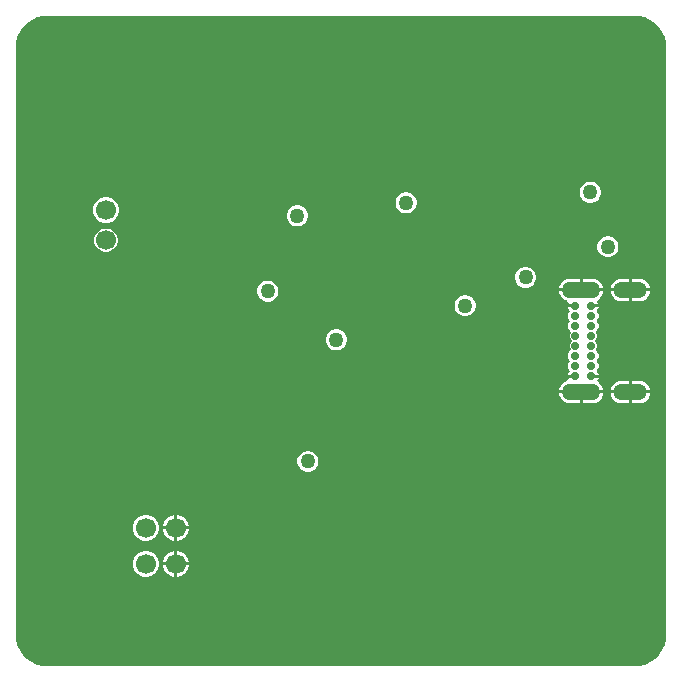
<source format=gbr>
G04*
G04 #@! TF.GenerationSoftware,Altium Limited,Altium Designer,24.9.1 (31)*
G04*
G04 Layer_Physical_Order=2*
G04 Layer_Color=36540*
%FSLAX25Y25*%
%MOIN*%
G70*
G04*
G04 #@! TF.SameCoordinates,AE1E5416-9686-4E21-8CD7-455353439681*
G04*
G04*
G04 #@! TF.FilePolarity,Positive*
G04*
G01*
G75*
%ADD60C,0.01575*%
%ADD66C,0.06693*%
%ADD67C,0.21654*%
%ADD68O,0.12795X0.05315*%
%ADD69O,0.11221X0.05315*%
%ADD70C,0.02756*%
%ADD71C,0.01772*%
%ADD72C,0.05000*%
G36*
X206693Y216535D02*
X207662Y216535D01*
X209564Y216157D01*
X211355Y215415D01*
X212967Y214338D01*
X214338Y212967D01*
X215415Y211355D01*
X216157Y209564D01*
X216535Y207662D01*
X216535Y206693D01*
X216535Y206693D01*
X216535Y206693D01*
Y9843D01*
Y8873D01*
X216157Y6972D01*
X215415Y5180D01*
X214338Y3568D01*
X212967Y2197D01*
X211355Y1120D01*
X209564Y378D01*
X207662Y0D01*
X8873D01*
X6972Y378D01*
X5180Y1120D01*
X3568Y2197D01*
X2197Y3568D01*
X1120Y5180D01*
X378Y6972D01*
X0Y8873D01*
Y9843D01*
Y206693D01*
Y207662D01*
X378Y209564D01*
X1120Y211355D01*
X2197Y212967D01*
X3568Y214338D01*
X5180Y215415D01*
X6972Y216157D01*
X8873Y216535D01*
X9842Y216535D01*
X9843Y216535D01*
X206693Y216535D01*
D02*
G37*
%LPC*%
G36*
X191799Y161374D02*
X190878D01*
X189988Y161135D01*
X189190Y160675D01*
X188538Y160023D01*
X188077Y159225D01*
X187839Y158335D01*
Y157413D01*
X188077Y156523D01*
X188538Y155725D01*
X189190Y155073D01*
X189988Y154613D01*
X190878Y154374D01*
X191799D01*
X192690Y154613D01*
X193488Y155073D01*
X194139Y155725D01*
X194600Y156523D01*
X194839Y157413D01*
Y158335D01*
X194600Y159225D01*
X194139Y160023D01*
X193488Y160675D01*
X192690Y161135D01*
X191799Y161374D01*
D02*
G37*
G36*
X130382Y157831D02*
X129461D01*
X128570Y157592D01*
X127772Y157131D01*
X127121Y156480D01*
X126660Y155682D01*
X126421Y154791D01*
Y153870D01*
X126660Y152980D01*
X127121Y152182D01*
X127772Y151530D01*
X128570Y151069D01*
X129461Y150831D01*
X130382D01*
X131272Y151069D01*
X132070Y151530D01*
X132722Y152182D01*
X133183Y152980D01*
X133421Y153870D01*
Y154791D01*
X133183Y155682D01*
X132722Y156480D01*
X132070Y157131D01*
X131272Y157592D01*
X130382Y157831D01*
D02*
G37*
G36*
X30494Y156197D02*
X29349D01*
X28244Y155901D01*
X27253Y155328D01*
X26443Y154519D01*
X25871Y153528D01*
X25575Y152423D01*
Y151278D01*
X25871Y150173D01*
X26443Y149182D01*
X27253Y148372D01*
X28244Y147800D01*
X29349Y147504D01*
X30494D01*
X31599Y147800D01*
X32590Y148372D01*
X33399Y149182D01*
X33972Y150173D01*
X34268Y151278D01*
Y152423D01*
X33972Y153528D01*
X33399Y154519D01*
X32590Y155328D01*
X31599Y155901D01*
X30494Y156197D01*
D02*
G37*
G36*
X94162Y153500D02*
X93240D01*
X92350Y153261D01*
X91552Y152801D01*
X90900Y152149D01*
X90439Y151351D01*
X90201Y150461D01*
Y149539D01*
X90439Y148649D01*
X90900Y147851D01*
X91552Y147199D01*
X92350Y146739D01*
X93240Y146500D01*
X94162D01*
X95052Y146739D01*
X95850Y147199D01*
X96501Y147851D01*
X96962Y148649D01*
X97201Y149539D01*
Y150461D01*
X96962Y151351D01*
X96501Y152149D01*
X95850Y152801D01*
X95052Y153261D01*
X94162Y153500D01*
D02*
G37*
G36*
X30428Y145697D02*
X29415D01*
X28437Y145435D01*
X27560Y144928D01*
X26843Y144212D01*
X26337Y143335D01*
X26075Y142357D01*
Y141344D01*
X26337Y140366D01*
X26843Y139489D01*
X27560Y138772D01*
X28437Y138266D01*
X29415Y138004D01*
X30428D01*
X31406Y138266D01*
X32283Y138772D01*
X32999Y139489D01*
X33506Y140366D01*
X33768Y141344D01*
Y142357D01*
X33506Y143335D01*
X32999Y144212D01*
X32283Y144928D01*
X31406Y145435D01*
X30428Y145697D01*
D02*
G37*
G36*
X197705Y143205D02*
X196783D01*
X195893Y142966D01*
X195095Y142505D01*
X194443Y141854D01*
X193983Y141056D01*
X193744Y140165D01*
Y139244D01*
X193983Y138354D01*
X194443Y137556D01*
X195095Y136904D01*
X195893Y136443D01*
X196783Y136205D01*
X197705D01*
X198595Y136443D01*
X199393Y136904D01*
X200045Y137556D01*
X200506Y138354D01*
X200744Y139244D01*
Y140165D01*
X200506Y141056D01*
X200045Y141854D01*
X199393Y142505D01*
X198595Y142966D01*
X197705Y143205D01*
D02*
G37*
G36*
X170213Y132984D02*
X169291D01*
X168401Y132746D01*
X167603Y132285D01*
X166951Y131633D01*
X166491Y130835D01*
X166252Y129945D01*
Y129024D01*
X166491Y128133D01*
X166951Y127335D01*
X167603Y126683D01*
X168401Y126223D01*
X169291Y125984D01*
X170213D01*
X171103Y126223D01*
X171901Y126683D01*
X172553Y127335D01*
X173014Y128133D01*
X173252Y129024D01*
Y129945D01*
X173014Y130835D01*
X172553Y131633D01*
X171901Y132285D01*
X171103Y132746D01*
X170213Y132984D01*
D02*
G37*
G36*
X207677Y128965D02*
X205224D01*
Y125776D01*
X211300D01*
X211241Y126230D01*
X210872Y127120D01*
X210286Y127884D01*
X209522Y128470D01*
X208632Y128839D01*
X207677Y128965D01*
D02*
G37*
G36*
X192126D02*
X188886D01*
Y125776D01*
X195749D01*
X195689Y126230D01*
X195321Y127120D01*
X194735Y127884D01*
X193971Y128470D01*
X193081Y128839D01*
X192126Y128965D01*
D02*
G37*
G36*
X204224D02*
X201772D01*
X200817Y128839D01*
X199927Y128470D01*
X199163Y127884D01*
X198577Y127120D01*
X198208Y126230D01*
X198148Y125776D01*
X204224D01*
Y128965D01*
D02*
G37*
G36*
X187886D02*
X184646D01*
X183691Y128839D01*
X182801Y128470D01*
X182037Y127884D01*
X181451Y127120D01*
X181082Y126230D01*
X181022Y125776D01*
X187886D01*
Y128965D01*
D02*
G37*
G36*
X211300Y124776D02*
X205224D01*
Y121587D01*
X207677D01*
X208632Y121712D01*
X209522Y122081D01*
X210286Y122667D01*
X210872Y123431D01*
X211241Y124321D01*
X211300Y124776D01*
D02*
G37*
G36*
X204224D02*
X198148D01*
X198208Y124321D01*
X198577Y123431D01*
X199163Y122667D01*
X199927Y122081D01*
X200817Y121712D01*
X201772Y121587D01*
X204224D01*
Y124776D01*
D02*
G37*
G36*
X84319Y128402D02*
X83398D01*
X82507Y128163D01*
X81709Y127702D01*
X81058Y127051D01*
X80597Y126252D01*
X80358Y125362D01*
Y124441D01*
X80597Y123551D01*
X81058Y122752D01*
X81709Y122101D01*
X82507Y121640D01*
X83398Y121402D01*
X84319D01*
X85209Y121640D01*
X86007Y122101D01*
X86659Y122752D01*
X87120Y123551D01*
X87358Y124441D01*
Y125362D01*
X87120Y126252D01*
X86659Y127051D01*
X86007Y127702D01*
X85209Y128163D01*
X84319Y128402D01*
D02*
G37*
G36*
X150067Y123579D02*
X149145D01*
X148255Y123340D01*
X147457Y122879D01*
X146806Y122228D01*
X146345Y121430D01*
X146106Y120539D01*
Y119618D01*
X146345Y118728D01*
X146806Y117930D01*
X147457Y117278D01*
X148255Y116817D01*
X149145Y116579D01*
X150067D01*
X150957Y116817D01*
X151755Y117278D01*
X152407Y117930D01*
X152868Y118728D01*
X153106Y119618D01*
Y120539D01*
X152868Y121430D01*
X152407Y122228D01*
X151755Y122879D01*
X150957Y123340D01*
X150067Y123579D01*
D02*
G37*
G36*
X107154Y112161D02*
X106232D01*
X105342Y111923D01*
X104544Y111462D01*
X103892Y110810D01*
X103431Y110012D01*
X103193Y109122D01*
Y108201D01*
X103431Y107310D01*
X103892Y106512D01*
X104544Y105861D01*
X105342Y105400D01*
X106232Y105161D01*
X107154D01*
X108044Y105400D01*
X108842Y105861D01*
X109494Y106512D01*
X109954Y107310D01*
X110193Y108201D01*
Y109122D01*
X109954Y110012D01*
X109494Y110810D01*
X108842Y111462D01*
X108044Y111923D01*
X107154Y112161D01*
D02*
G37*
G36*
X207677Y94949D02*
X205224D01*
Y91760D01*
X211300D01*
X211241Y92215D01*
X210872Y93104D01*
X210286Y93868D01*
X209522Y94455D01*
X208632Y94823D01*
X207677Y94949D01*
D02*
G37*
G36*
X204224D02*
X201772D01*
X200817Y94823D01*
X199927Y94455D01*
X199163Y93868D01*
X198577Y93104D01*
X198208Y92215D01*
X198148Y91760D01*
X204224D01*
Y94949D01*
D02*
G37*
G36*
X195749Y124776D02*
X188386D01*
X181023D01*
X181082Y124321D01*
X181451Y123431D01*
X182037Y122667D01*
X182801Y122081D01*
X183580Y121758D01*
X183697Y121697D01*
X184120Y120647D01*
X184051Y120480D01*
X186417D01*
Y119480D01*
X184051D01*
X184401Y118633D01*
X184728Y118307D01*
X184401Y117981D01*
X184039Y117107D01*
Y116161D01*
X184401Y115287D01*
X184728Y114961D01*
X184401Y114634D01*
X184039Y113760D01*
Y112814D01*
X184401Y111940D01*
X184825Y111005D01*
X184539Y110315D01*
Y109567D01*
X184825Y108877D01*
X185292Y108268D01*
X184825Y107658D01*
X184539Y106968D01*
Y106221D01*
X184825Y105531D01*
X184401Y104595D01*
X184039Y103721D01*
Y102775D01*
X184401Y101901D01*
X184728Y101575D01*
X184401Y101249D01*
X184039Y100375D01*
Y99429D01*
X184401Y98555D01*
X184728Y98228D01*
X184401Y97902D01*
X184051Y97055D01*
X186417D01*
Y96055D01*
X184051D01*
X184120Y95888D01*
X183697Y94839D01*
X183580Y94777D01*
X182801Y94455D01*
X182037Y93868D01*
X181451Y93104D01*
X181082Y92215D01*
X181023Y91760D01*
X188386D01*
X195749D01*
X195689Y92215D01*
X195321Y93104D01*
X194735Y93868D01*
X194219Y94264D01*
X193748Y95208D01*
X194099Y96055D01*
X191732D01*
Y97055D01*
X194099D01*
X193748Y97902D01*
X193422Y98228D01*
X193748Y98555D01*
X194110Y99429D01*
Y100375D01*
X193748Y101249D01*
X193422Y101575D01*
X193748Y101901D01*
X194110Y102775D01*
Y103721D01*
X193748Y104595D01*
X193324Y105531D01*
X193610Y106221D01*
Y106968D01*
X193324Y107658D01*
X192858Y108268D01*
X193324Y108877D01*
X193610Y109567D01*
Y110315D01*
X193324Y111005D01*
X193748Y111940D01*
X194110Y112814D01*
Y113760D01*
X193748Y114634D01*
X193422Y114961D01*
X193748Y115287D01*
X194110Y116161D01*
Y117107D01*
X193748Y117981D01*
X193422Y118307D01*
X193748Y118633D01*
X194099Y119480D01*
X191732D01*
Y120480D01*
X194099D01*
X193748Y121327D01*
X194219Y122271D01*
X194735Y122667D01*
X195321Y123431D01*
X195689Y124321D01*
X195749Y124776D01*
D02*
G37*
G36*
X211300Y90760D02*
X205224D01*
Y87571D01*
X207677D01*
X208632Y87696D01*
X209522Y88065D01*
X210286Y88651D01*
X210872Y89415D01*
X211241Y90305D01*
X211300Y90760D01*
D02*
G37*
G36*
X204224D02*
X198148D01*
X198208Y90305D01*
X198577Y89415D01*
X199163Y88651D01*
X199927Y88065D01*
X200817Y87696D01*
X201772Y87571D01*
X204224D01*
Y90760D01*
D02*
G37*
G36*
X195749D02*
X188886D01*
Y87571D01*
X192126D01*
X193081Y87696D01*
X193971Y88065D01*
X194735Y88651D01*
X195321Y89415D01*
X195689Y90305D01*
X195749Y90760D01*
D02*
G37*
G36*
X187886D02*
X181022D01*
X181082Y90305D01*
X181451Y89415D01*
X182037Y88651D01*
X182801Y88065D01*
X183691Y87696D01*
X184646Y87571D01*
X187886D01*
Y90760D01*
D02*
G37*
G36*
X97705Y71610D02*
X96783D01*
X95893Y71372D01*
X95095Y70911D01*
X94443Y70259D01*
X93983Y69461D01*
X93744Y68571D01*
Y67650D01*
X93983Y66759D01*
X94443Y65961D01*
X95095Y65310D01*
X95893Y64849D01*
X96783Y64610D01*
X97705D01*
X98595Y64849D01*
X99393Y65310D01*
X100045Y65961D01*
X100506Y66759D01*
X100744Y67650D01*
Y68571D01*
X100506Y69461D01*
X100045Y70259D01*
X99393Y70911D01*
X98595Y71372D01*
X97705Y71610D01*
D02*
G37*
G36*
X53738Y50303D02*
X53665D01*
Y46457D01*
X57512D01*
Y46529D01*
X57216Y47634D01*
X56643Y48625D01*
X55834Y49435D01*
X54843Y50007D01*
X53738Y50303D01*
D02*
G37*
G36*
X52665D02*
X52593D01*
X51488Y50007D01*
X50497Y49435D01*
X49687Y48625D01*
X49115Y47634D01*
X48819Y46529D01*
Y46457D01*
X52665D01*
Y50303D01*
D02*
G37*
G36*
X57512Y45457D02*
X53665D01*
Y41610D01*
X53738D01*
X54843Y41906D01*
X55834Y42479D01*
X56643Y43288D01*
X57216Y44279D01*
X57512Y45384D01*
Y45457D01*
D02*
G37*
G36*
X52665D02*
X48819D01*
Y45384D01*
X49115Y44279D01*
X49687Y43288D01*
X50497Y42479D01*
X51488Y41906D01*
X52593Y41610D01*
X52665D01*
Y45457D01*
D02*
G37*
G36*
X43738Y50303D02*
X42593D01*
X41488Y50007D01*
X40497Y49435D01*
X39687Y48625D01*
X39115Y47634D01*
X38819Y46529D01*
Y45384D01*
X39115Y44279D01*
X39687Y43288D01*
X40497Y42479D01*
X41488Y41906D01*
X42593Y41610D01*
X43738D01*
X44843Y41906D01*
X45834Y42479D01*
X46643Y43288D01*
X47216Y44279D01*
X47512Y45384D01*
Y46529D01*
X47216Y47634D01*
X46643Y48625D01*
X45834Y49435D01*
X44843Y50007D01*
X43738Y50303D01*
D02*
G37*
G36*
X53738Y38302D02*
X53665D01*
Y34456D01*
X57512D01*
Y34528D01*
X57216Y35633D01*
X56643Y36625D01*
X55834Y37434D01*
X54843Y38006D01*
X53738Y38302D01*
D02*
G37*
G36*
X52665D02*
X52593D01*
X51488Y38006D01*
X50497Y37434D01*
X49687Y36625D01*
X49115Y35633D01*
X48819Y34528D01*
Y34456D01*
X52665D01*
Y38302D01*
D02*
G37*
G36*
X57512Y33456D02*
X53665D01*
Y29609D01*
X53738D01*
X54843Y29906D01*
X55834Y30478D01*
X56643Y31287D01*
X57216Y32278D01*
X57512Y33384D01*
Y33456D01*
D02*
G37*
G36*
X52665D02*
X48819D01*
Y33384D01*
X49115Y32278D01*
X49687Y31287D01*
X50497Y30478D01*
X51488Y29906D01*
X52593Y29609D01*
X52665D01*
Y33456D01*
D02*
G37*
G36*
X43738Y38302D02*
X42593D01*
X41488Y38006D01*
X40497Y37434D01*
X39687Y36625D01*
X39115Y35633D01*
X38819Y34528D01*
Y33384D01*
X39115Y32278D01*
X39687Y31287D01*
X40497Y30478D01*
X41488Y29906D01*
X42593Y29609D01*
X43738D01*
X44843Y29906D01*
X45834Y30478D01*
X46643Y31287D01*
X47216Y32278D01*
X47512Y33384D01*
Y34528D01*
X47216Y35633D01*
X46643Y36625D01*
X45834Y37434D01*
X44843Y38006D01*
X43738Y38302D01*
D02*
G37*
%LPD*%
D60*
X140952Y113175D02*
D03*
Y110600D02*
D03*
X141119Y108031D02*
D03*
X140952Y105462D02*
D03*
X142203Y93372D02*
D03*
X144666Y94122D02*
D03*
X144807Y96693D02*
D03*
Y99268D02*
D03*
X144265Y101785D02*
D03*
Y104360D02*
D03*
X146213Y106043D02*
D03*
X151363D02*
D03*
X153510Y104623D02*
D03*
X154856Y102427D02*
D03*
X157431D02*
D03*
X158427Y114057D02*
D03*
X155852Y114108D02*
D03*
X153544Y112967D02*
D03*
X152833Y110492D02*
D03*
X150258D02*
D03*
X147683D02*
D03*
X145108D02*
D03*
X144265Y112925D02*
D03*
X144599Y115478D02*
D03*
X144807Y118044D02*
D03*
X165276Y113609D02*
D03*
X163100Y114200D02*
D03*
X160600Y114300D02*
D03*
X159613Y111342D02*
D03*
X159709Y108768D02*
D03*
X159613Y106195D02*
D03*
X159636Y103621D02*
D03*
X161918Y102427D02*
D03*
X164492Y102471D02*
D03*
X171687Y103549D02*
D03*
X172324Y106043D02*
D03*
X174899D02*
D03*
X177473D02*
D03*
X180048Y106036D02*
D03*
X182623D02*
D03*
X194384Y107056D02*
D03*
X194414Y109631D02*
D03*
X184011Y111167D02*
D03*
X181528Y110485D02*
D03*
X178953Y110492D02*
D03*
X176379D02*
D03*
X173804D02*
D03*
X171687Y111958D02*
D03*
X900Y104000D02*
D03*
X28359Y146246D02*
D03*
X26268Y144743D02*
D03*
X25289Y142361D02*
D03*
X25718Y139823D02*
D03*
X27424Y137894D02*
D03*
X27729Y135337D02*
D03*
Y132763D02*
D03*
Y130188D02*
D03*
Y127613D02*
D03*
Y125038D02*
D03*
Y122463D02*
D03*
Y119888D02*
D03*
Y117314D02*
D03*
Y114739D02*
D03*
X26778Y112346D02*
D03*
X25581Y110066D02*
D03*
X23006D02*
D03*
X20431D02*
D03*
X17857D02*
D03*
X15289Y110259D02*
D03*
X14053Y112518D02*
D03*
X11478Y112533D02*
D03*
X8903D02*
D03*
X6328D02*
D03*
X3754D02*
D03*
X1179D02*
D03*
X3200Y104000D02*
D03*
X5415Y104002D02*
D03*
X7989D02*
D03*
X10564D02*
D03*
X13139D02*
D03*
X15289Y105419D02*
D03*
X17640Y106469D02*
D03*
X20215D02*
D03*
X22790D02*
D03*
X25365D02*
D03*
X27919Y106143D02*
D03*
X30493Y106109D02*
D03*
X33041Y105735D02*
D03*
X35615D02*
D03*
X38190D02*
D03*
X40658Y106469D02*
D03*
X43233D02*
D03*
X53675Y108578D02*
D03*
X42423Y110066D02*
D03*
X39887Y110507D02*
D03*
X37328Y110801D02*
D03*
X34754D02*
D03*
X32187Y110592D02*
D03*
X32254Y113166D02*
D03*
X31326Y115568D02*
D03*
Y118142D02*
D03*
Y120717D02*
D03*
Y123292D02*
D03*
Y125867D02*
D03*
Y128442D02*
D03*
Y131016D02*
D03*
Y133591D02*
D03*
Y136166D02*
D03*
X32861Y138233D02*
D03*
X34339Y140342D02*
D03*
X34477Y142913D02*
D03*
X33214Y145156D02*
D03*
X30966Y146412D02*
D03*
D66*
X43165Y33956D02*
D03*
X53165D02*
D03*
Y45957D02*
D03*
X43165D02*
D03*
X29921Y141850D02*
D03*
Y151850D02*
D03*
D67*
X15748Y15748D02*
D03*
X200787D02*
D03*
Y200787D02*
D03*
X15748D02*
D03*
D68*
X188386Y91260D02*
D03*
Y125276D02*
D03*
D69*
X204724Y91260D02*
D03*
Y125276D02*
D03*
D70*
X186417Y96555D02*
D03*
Y99902D02*
D03*
Y103248D02*
D03*
Y106595D02*
D03*
Y109941D02*
D03*
Y113287D02*
D03*
Y116634D02*
D03*
Y119980D02*
D03*
X191732D02*
D03*
Y116634D02*
D03*
Y113287D02*
D03*
Y109941D02*
D03*
Y106595D02*
D03*
Y103248D02*
D03*
Y99902D02*
D03*
Y96555D02*
D03*
D71*
X153937Y116929D02*
D03*
X212992Y187795D02*
D03*
X207086Y175984D02*
D03*
X212992Y164173D02*
D03*
X207086Y152362D02*
D03*
X212992Y140551D02*
D03*
Y116929D02*
D03*
X207086Y105118D02*
D03*
X212992Y93307D02*
D03*
X207086Y81496D02*
D03*
X212992Y69685D02*
D03*
Y46063D02*
D03*
X207086Y34252D02*
D03*
X212992Y22441D02*
D03*
X201181Y187795D02*
D03*
Y164173D02*
D03*
X195275Y152362D02*
D03*
X201181Y116929D02*
D03*
X195275Y81496D02*
D03*
X201181Y46063D02*
D03*
X195275Y34252D02*
D03*
X183465Y199606D02*
D03*
X189370Y187795D02*
D03*
X183465Y175984D02*
D03*
X189370Y164173D02*
D03*
X183465Y81496D02*
D03*
Y34252D02*
D03*
X189370Y22441D02*
D03*
X183465Y10630D02*
D03*
X171653Y199606D02*
D03*
X177559Y187795D02*
D03*
X171653Y152362D02*
D03*
X177559Y116929D02*
D03*
X171653Y34252D02*
D03*
X177559Y22441D02*
D03*
X171653Y10630D02*
D03*
X159842Y199606D02*
D03*
X165748Y187795D02*
D03*
X159842Y175984D02*
D03*
X165748Y164173D02*
D03*
X159842Y152362D02*
D03*
X165748Y140551D02*
D03*
Y93307D02*
D03*
X159842Y34252D02*
D03*
X165748Y22441D02*
D03*
X159842Y10630D02*
D03*
X148031Y199606D02*
D03*
X153937Y187795D02*
D03*
X148031Y175984D02*
D03*
X153937Y164173D02*
D03*
Y140551D02*
D03*
Y93307D02*
D03*
Y22441D02*
D03*
X148031Y10630D02*
D03*
X136220Y199606D02*
D03*
X142126Y187795D02*
D03*
X136220Y175984D02*
D03*
X142126Y164173D02*
D03*
Y140551D02*
D03*
X136220Y81496D02*
D03*
Y57874D02*
D03*
Y10630D02*
D03*
X124409Y199606D02*
D03*
X130315Y187795D02*
D03*
X124409Y175984D02*
D03*
Y152362D02*
D03*
Y128740D02*
D03*
X130315Y69685D02*
D03*
X112598Y199606D02*
D03*
X118504Y187795D02*
D03*
X112598Y175984D02*
D03*
X118504Y164173D02*
D03*
X112598Y152362D02*
D03*
X118504Y140551D02*
D03*
X112598Y128740D02*
D03*
Y105118D02*
D03*
Y81496D02*
D03*
X118504Y69685D02*
D03*
X100787Y199606D02*
D03*
X106693Y187795D02*
D03*
X100787Y175984D02*
D03*
Y152362D02*
D03*
X106693Y140551D02*
D03*
X100787Y128740D02*
D03*
X106693Y116929D02*
D03*
X100787Y57874D02*
D03*
Y10630D02*
D03*
X88976Y199606D02*
D03*
X94882Y187795D02*
D03*
X88976Y175984D02*
D03*
X94882Y140551D02*
D03*
Y93307D02*
D03*
X88976Y57874D02*
D03*
X94882Y46063D02*
D03*
Y22441D02*
D03*
X88976Y10630D02*
D03*
X77165Y199606D02*
D03*
X83071Y187795D02*
D03*
X77165Y175984D02*
D03*
X83071Y140551D02*
D03*
X77165Y128740D02*
D03*
Y105118D02*
D03*
Y57874D02*
D03*
X83071Y22441D02*
D03*
X77165Y10630D02*
D03*
X65354Y199606D02*
D03*
X71260Y187795D02*
D03*
X65354Y175984D02*
D03*
X71260Y164173D02*
D03*
Y140551D02*
D03*
Y116929D02*
D03*
X65354Y105118D02*
D03*
X71260Y93307D02*
D03*
X65354Y81496D02*
D03*
X71260Y69685D02*
D03*
Y46063D02*
D03*
X65354Y34252D02*
D03*
X71260Y22441D02*
D03*
X65354Y10630D02*
D03*
X53543Y199606D02*
D03*
X59449Y187795D02*
D03*
X53543Y175984D02*
D03*
X59449Y140551D02*
D03*
Y116929D02*
D03*
Y93307D02*
D03*
X53543Y57874D02*
D03*
X59449Y46063D02*
D03*
Y22441D02*
D03*
X53543Y10630D02*
D03*
X41732Y199606D02*
D03*
X47638Y187795D02*
D03*
X41732Y175984D02*
D03*
X47638Y164173D02*
D03*
Y140551D02*
D03*
Y116929D02*
D03*
X41732Y81496D02*
D03*
Y57874D02*
D03*
X47638Y22441D02*
D03*
X41732Y10630D02*
D03*
X29921Y199606D02*
D03*
X35827Y187795D02*
D03*
X29921Y175984D02*
D03*
X35827Y164173D02*
D03*
Y93307D02*
D03*
X29921Y81496D02*
D03*
Y57874D02*
D03*
Y34252D02*
D03*
X35827Y22441D02*
D03*
X29921Y10630D02*
D03*
X24016Y187795D02*
D03*
X18110Y175984D02*
D03*
X24016Y164173D02*
D03*
X18110Y152362D02*
D03*
Y128740D02*
D03*
X24016Y93307D02*
D03*
Y69685D02*
D03*
X18110Y57874D02*
D03*
X24016Y46063D02*
D03*
X18110Y34252D02*
D03*
X12205Y187795D02*
D03*
X6299Y175984D02*
D03*
X12205Y164173D02*
D03*
X6299Y152362D02*
D03*
X12205Y140551D02*
D03*
X6299Y128740D02*
D03*
Y81496D02*
D03*
X12205Y69685D02*
D03*
X6299Y57874D02*
D03*
X12205Y46063D02*
D03*
X6299Y34252D02*
D03*
D72*
X149606Y120079D02*
D03*
X106693Y108661D02*
D03*
X169752Y129484D02*
D03*
X97244Y68110D02*
D03*
X129921Y154331D02*
D03*
X83858Y124902D02*
D03*
X93701Y150000D02*
D03*
X197244Y139705D02*
D03*
X191339Y157874D02*
D03*
M02*

</source>
